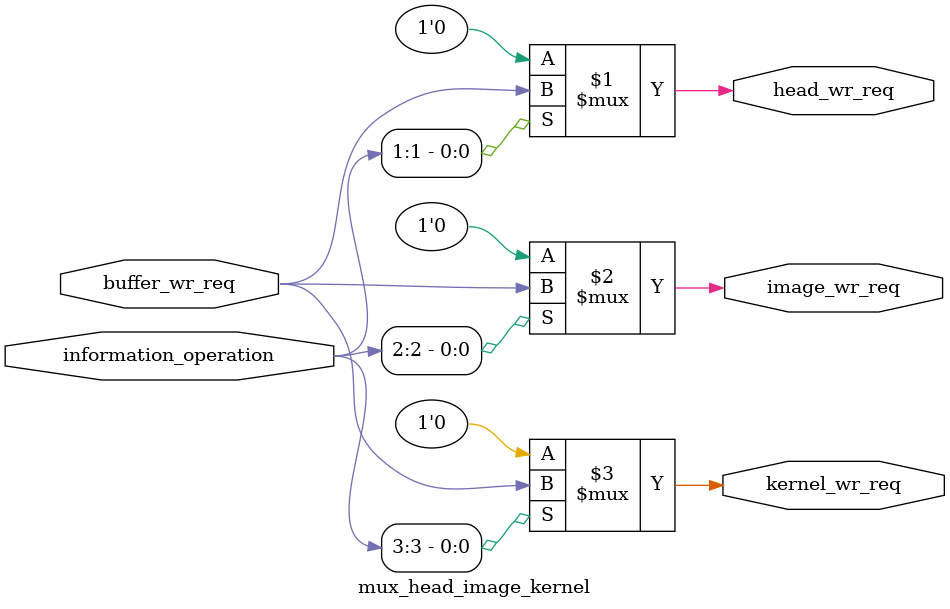
<source format=v>
`timescale 1ns / 1ps


module mux_head_image_kernel(

	input [3:0]	information_operation,//record the state of operating
	input buffer_wr_req,//write data to buffer request
	output head_wr_req,//write to head fifo
	output image_wr_req,//write to image ram
	output kernel_wr_req//write to kernel ram


    );
    
    
    assign head_wr_req	=	information_operation[1] ? buffer_wr_req : 1'b0;
    assign image_wr_req	=	information_operation[2] ? buffer_wr_req : 1'b0;
    assign kernel_wr_req	=	information_operation[3] ? buffer_wr_req : 1'b0;
    
    
    
    
endmodule

</source>
